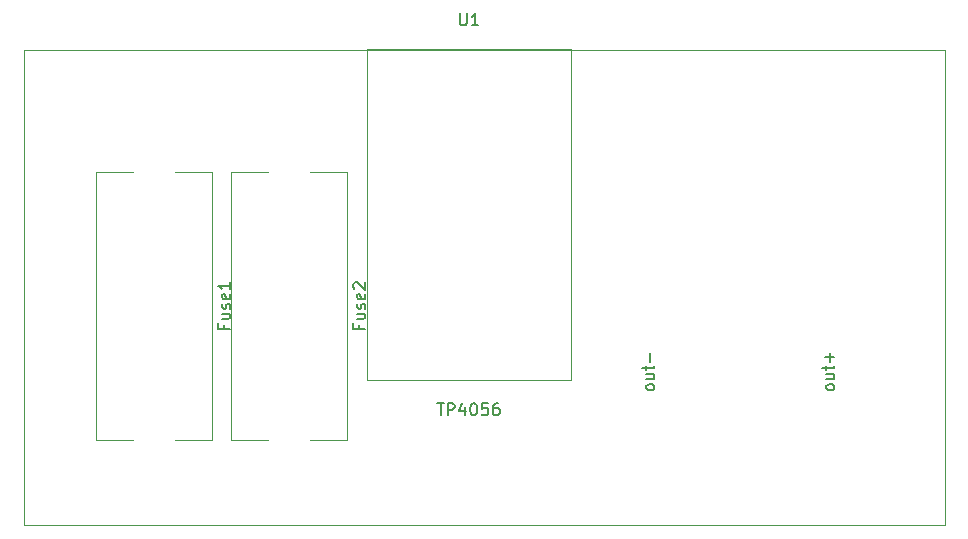
<source format=gbr>
G04 #@! TF.GenerationSoftware,KiCad,Pcbnew,(5.1.5-0-10_14)*
G04 #@! TF.CreationDate,2020-06-18T21:13:27+02:00*
G04 #@! TF.ProjectId,accu,61636375-2e6b-4696-9361-645f70636258,rev?*
G04 #@! TF.SameCoordinates,Original*
G04 #@! TF.FileFunction,Legend,Top*
G04 #@! TF.FilePolarity,Positive*
%FSLAX46Y46*%
G04 Gerber Fmt 4.6, Leading zero omitted, Abs format (unit mm)*
G04 Created by KiCad (PCBNEW (5.1.5-0-10_14)) date 2020-06-18 21:13:27*
%MOMM*%
%LPD*%
G04 APERTURE LIST*
%ADD10C,0.120000*%
%ADD11C,0.150000*%
G04 APERTURE END LIST*
D10*
X84740000Y-140000D02*
X84740000Y-40360000D01*
X84740000Y-40360000D02*
X6760000Y-40360000D01*
X6760000Y-140000D02*
X84740000Y-140000D01*
X6760000Y-40360000D02*
X6760000Y-140000D01*
X22690000Y-10410000D02*
X19530000Y-10410000D01*
X16030000Y-10410000D02*
X12870000Y-10410000D01*
X16030000Y-33130000D02*
X12870000Y-33130000D01*
X12870000Y-33130000D02*
X12870000Y-10410000D01*
X22690000Y-33130000D02*
X22690000Y-10410000D01*
X22690000Y-33130000D02*
X19530000Y-33130000D01*
X34120000Y-33130000D02*
X30960000Y-33130000D01*
X34120000Y-33130000D02*
X34120000Y-10410000D01*
X24300000Y-33130000D02*
X24300000Y-10410000D01*
X27460000Y-33130000D02*
X24300000Y-33130000D01*
X27460000Y-10410000D02*
X24300000Y-10410000D01*
X34120000Y-10410000D02*
X30960000Y-10410000D01*
X53050000Y-28060001D02*
X35850000Y-28060001D01*
X35850000Y-28060001D02*
X35850000Y-60001D01*
X53050000Y-60001D02*
X35850000Y-60001D01*
X53050000Y-28060001D02*
X53050000Y-60001D01*
D11*
X23708571Y-23389047D02*
X23708571Y-23722380D01*
X24232380Y-23722380D02*
X23232380Y-23722380D01*
X23232380Y-23246190D01*
X23565714Y-22436666D02*
X24232380Y-22436666D01*
X23565714Y-22865238D02*
X24089523Y-22865238D01*
X24184761Y-22817619D01*
X24232380Y-22722380D01*
X24232380Y-22579523D01*
X24184761Y-22484285D01*
X24137142Y-22436666D01*
X24184761Y-22008095D02*
X24232380Y-21912857D01*
X24232380Y-21722380D01*
X24184761Y-21627142D01*
X24089523Y-21579523D01*
X24041904Y-21579523D01*
X23946666Y-21627142D01*
X23899047Y-21722380D01*
X23899047Y-21865238D01*
X23851428Y-21960476D01*
X23756190Y-22008095D01*
X23708571Y-22008095D01*
X23613333Y-21960476D01*
X23565714Y-21865238D01*
X23565714Y-21722380D01*
X23613333Y-21627142D01*
X24184761Y-20770000D02*
X24232380Y-20865238D01*
X24232380Y-21055714D01*
X24184761Y-21150952D01*
X24089523Y-21198571D01*
X23708571Y-21198571D01*
X23613333Y-21150952D01*
X23565714Y-21055714D01*
X23565714Y-20865238D01*
X23613333Y-20770000D01*
X23708571Y-20722380D01*
X23803809Y-20722380D01*
X23899047Y-21198571D01*
X24232380Y-19770000D02*
X24232380Y-20341428D01*
X24232380Y-20055714D02*
X23232380Y-20055714D01*
X23375238Y-20150952D01*
X23470476Y-20246190D01*
X23518095Y-20341428D01*
X35138571Y-23389047D02*
X35138571Y-23722380D01*
X35662380Y-23722380D02*
X34662380Y-23722380D01*
X34662380Y-23246190D01*
X34995714Y-22436666D02*
X35662380Y-22436666D01*
X34995714Y-22865238D02*
X35519523Y-22865238D01*
X35614761Y-22817619D01*
X35662380Y-22722380D01*
X35662380Y-22579523D01*
X35614761Y-22484285D01*
X35567142Y-22436666D01*
X35614761Y-22008095D02*
X35662380Y-21912857D01*
X35662380Y-21722380D01*
X35614761Y-21627142D01*
X35519523Y-21579523D01*
X35471904Y-21579523D01*
X35376666Y-21627142D01*
X35329047Y-21722380D01*
X35329047Y-21865238D01*
X35281428Y-21960476D01*
X35186190Y-22008095D01*
X35138571Y-22008095D01*
X35043333Y-21960476D01*
X34995714Y-21865238D01*
X34995714Y-21722380D01*
X35043333Y-21627142D01*
X35614761Y-20770000D02*
X35662380Y-20865238D01*
X35662380Y-21055714D01*
X35614761Y-21150952D01*
X35519523Y-21198571D01*
X35138571Y-21198571D01*
X35043333Y-21150952D01*
X34995714Y-21055714D01*
X34995714Y-20865238D01*
X35043333Y-20770000D01*
X35138571Y-20722380D01*
X35233809Y-20722380D01*
X35329047Y-21198571D01*
X34757619Y-20341428D02*
X34710000Y-20293809D01*
X34662380Y-20198571D01*
X34662380Y-19960476D01*
X34710000Y-19865238D01*
X34757619Y-19817619D01*
X34852857Y-19770000D01*
X34948095Y-19770000D01*
X35090952Y-19817619D01*
X35662380Y-20389047D01*
X35662380Y-19770000D01*
X60142380Y-28733571D02*
X60094761Y-28828809D01*
X60047142Y-28876428D01*
X59951904Y-28924047D01*
X59666190Y-28924047D01*
X59570952Y-28876428D01*
X59523333Y-28828809D01*
X59475714Y-28733571D01*
X59475714Y-28590714D01*
X59523333Y-28495476D01*
X59570952Y-28447857D01*
X59666190Y-28400238D01*
X59951904Y-28400238D01*
X60047142Y-28447857D01*
X60094761Y-28495476D01*
X60142380Y-28590714D01*
X60142380Y-28733571D01*
X59475714Y-27543095D02*
X60142380Y-27543095D01*
X59475714Y-27971666D02*
X59999523Y-27971666D01*
X60094761Y-27924047D01*
X60142380Y-27828809D01*
X60142380Y-27685952D01*
X60094761Y-27590714D01*
X60047142Y-27543095D01*
X59475714Y-27209761D02*
X59475714Y-26828809D01*
X59142380Y-27066904D02*
X59999523Y-27066904D01*
X60094761Y-27019285D01*
X60142380Y-26924047D01*
X60142380Y-26828809D01*
X59761428Y-26495476D02*
X59761428Y-25733571D01*
X75382380Y-28733571D02*
X75334761Y-28828809D01*
X75287142Y-28876428D01*
X75191904Y-28924047D01*
X74906190Y-28924047D01*
X74810952Y-28876428D01*
X74763333Y-28828809D01*
X74715714Y-28733571D01*
X74715714Y-28590714D01*
X74763333Y-28495476D01*
X74810952Y-28447857D01*
X74906190Y-28400238D01*
X75191904Y-28400238D01*
X75287142Y-28447857D01*
X75334761Y-28495476D01*
X75382380Y-28590714D01*
X75382380Y-28733571D01*
X74715714Y-27543095D02*
X75382380Y-27543095D01*
X74715714Y-27971666D02*
X75239523Y-27971666D01*
X75334761Y-27924047D01*
X75382380Y-27828809D01*
X75382380Y-27685952D01*
X75334761Y-27590714D01*
X75287142Y-27543095D01*
X74715714Y-27209761D02*
X74715714Y-26828809D01*
X74382380Y-27066904D02*
X75239523Y-27066904D01*
X75334761Y-27019285D01*
X75382380Y-26924047D01*
X75382380Y-26828809D01*
X75001428Y-26495476D02*
X75001428Y-25733571D01*
X75382380Y-26114523D02*
X74620476Y-26114523D01*
X43688095Y2997618D02*
X43688095Y2188094D01*
X43735714Y2092856D01*
X43783333Y2045237D01*
X43878571Y1997618D01*
X44069047Y1997618D01*
X44164285Y2045237D01*
X44211904Y2092856D01*
X44259523Y2188094D01*
X44259523Y2997618D01*
X45259523Y1997618D02*
X44688095Y1997618D01*
X44973809Y1997618D02*
X44973809Y2997618D01*
X44878571Y2854760D01*
X44783333Y2759522D01*
X44688095Y2711903D01*
X41759523Y-30022381D02*
X42330952Y-30022381D01*
X42045238Y-31022381D02*
X42045238Y-30022381D01*
X42664285Y-31022381D02*
X42664285Y-30022381D01*
X43045238Y-30022381D01*
X43140476Y-30070001D01*
X43188095Y-30117620D01*
X43235714Y-30212858D01*
X43235714Y-30355715D01*
X43188095Y-30450953D01*
X43140476Y-30498572D01*
X43045238Y-30546191D01*
X42664285Y-30546191D01*
X44092857Y-30355715D02*
X44092857Y-31022381D01*
X43854761Y-29974762D02*
X43616666Y-30689048D01*
X44235714Y-30689048D01*
X44807142Y-30022381D02*
X44902380Y-30022381D01*
X44997619Y-30070001D01*
X45045238Y-30117620D01*
X45092857Y-30212858D01*
X45140476Y-30403334D01*
X45140476Y-30641429D01*
X45092857Y-30831905D01*
X45045238Y-30927143D01*
X44997619Y-30974762D01*
X44902380Y-31022381D01*
X44807142Y-31022381D01*
X44711904Y-30974762D01*
X44664285Y-30927143D01*
X44616666Y-30831905D01*
X44569047Y-30641429D01*
X44569047Y-30403334D01*
X44616666Y-30212858D01*
X44664285Y-30117620D01*
X44711904Y-30070001D01*
X44807142Y-30022381D01*
X46045238Y-30022381D02*
X45569047Y-30022381D01*
X45521428Y-30498572D01*
X45569047Y-30450953D01*
X45664285Y-30403334D01*
X45902380Y-30403334D01*
X45997619Y-30450953D01*
X46045238Y-30498572D01*
X46092857Y-30593810D01*
X46092857Y-30831905D01*
X46045238Y-30927143D01*
X45997619Y-30974762D01*
X45902380Y-31022381D01*
X45664285Y-31022381D01*
X45569047Y-30974762D01*
X45521428Y-30927143D01*
X46950000Y-30022381D02*
X46759523Y-30022381D01*
X46664285Y-30070001D01*
X46616666Y-30117620D01*
X46521428Y-30260477D01*
X46473809Y-30450953D01*
X46473809Y-30831905D01*
X46521428Y-30927143D01*
X46569047Y-30974762D01*
X46664285Y-31022381D01*
X46854761Y-31022381D01*
X46950000Y-30974762D01*
X46997619Y-30927143D01*
X47045238Y-30831905D01*
X47045238Y-30593810D01*
X46997619Y-30498572D01*
X46950000Y-30450953D01*
X46854761Y-30403334D01*
X46664285Y-30403334D01*
X46569047Y-30450953D01*
X46521428Y-30498572D01*
X46473809Y-30593810D01*
M02*

</source>
